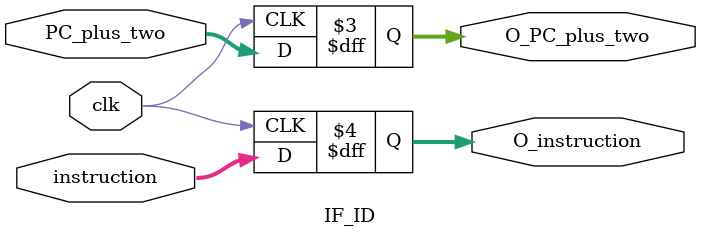
<source format=v>
`timescale 1ns / 1ps
module IF_ID(
	input 		 		  clk,
	input  		[15:0]  PC_plus_two,
	input  		[15:0]  instruction,
	output reg	[15:0]  O_PC_plus_two,
	output reg	[15:0]  O_instruction
    );
	 
	 initial begin
		O_instruction = 0;
		O_PC_plus_two = 0;
	 end
	 
	 always@(negedge clk ) begin
			O_instruction <= instruction ;
			O_PC_plus_two <= PC_plus_two ;
	 
	 end 


endmodule

</source>
